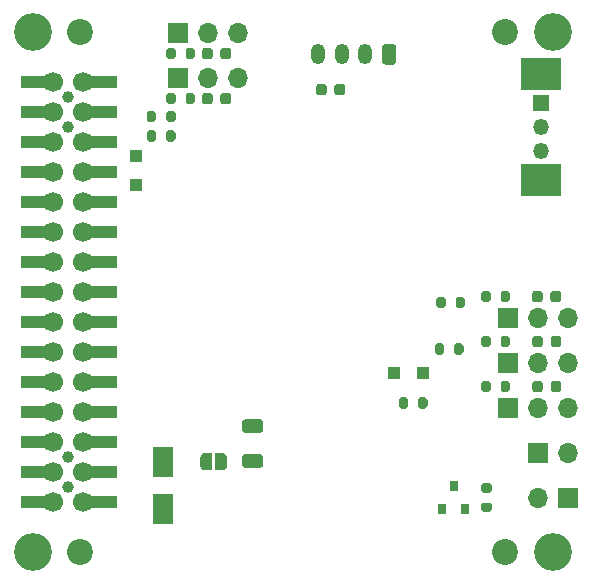
<source format=gbs>
G04 #@! TF.GenerationSoftware,KiCad,Pcbnew,(5.1.8-0-10_14)*
G04 #@! TF.CreationDate,2022-01-15T10:54:34+09:00*
G04 #@! TF.ProjectId,M5_DirectServo,4d355f44-6972-4656-9374-536572766f2e,v1.0*
G04 #@! TF.SameCoordinates,Original*
G04 #@! TF.FileFunction,Soldermask,Bot*
G04 #@! TF.FilePolarity,Negative*
%FSLAX46Y46*%
G04 Gerber Fmt 4.6, Leading zero omitted, Abs format (unit mm)*
G04 Created by KiCad (PCBNEW (5.1.8-0-10_14)) date 2022-01-15 10:54:34*
%MOMM*%
%LPD*%
G01*
G04 APERTURE LIST*
%ADD10O,1.200000X1.750000*%
%ADD11R,3.500000X2.800000*%
%ADD12R,1.350000X1.350000*%
%ADD13O,1.350000X1.350000*%
%ADD14R,1.800000X2.500000*%
%ADD15R,1.700000X1.700000*%
%ADD16O,1.700000X1.700000*%
%ADD17C,0.100000*%
%ADD18R,0.800000X0.900000*%
%ADD19C,1.700000*%
%ADD20C,1.000000*%
%ADD21C,0.800000*%
%ADD22R,3.150000X1.000000*%
%ADD23C,3.200000*%
%ADD24C,2.200000*%
%ADD25R,1.000000X1.000000*%
G04 APERTURE END LIST*
G36*
G01*
X137750000Y-87224999D02*
X137750000Y-88475001D01*
G75*
G02*
X137500001Y-88725000I-249999J0D01*
G01*
X136799999Y-88725000D01*
G75*
G02*
X136550000Y-88475001I0J249999D01*
G01*
X136550000Y-87224999D01*
G75*
G02*
X136799999Y-86975000I249999J0D01*
G01*
X137500001Y-86975000D01*
G75*
G02*
X137750000Y-87224999I0J-249999D01*
G01*
G37*
D10*
X135150000Y-87850000D03*
X133150000Y-87850000D03*
X131150000Y-87850000D03*
D11*
X150000000Y-98500000D03*
D12*
X150000000Y-92000000D03*
D13*
X150000000Y-94000000D03*
X150000000Y-96000000D03*
D11*
X150000000Y-89500000D03*
D14*
X117970000Y-122364000D03*
X117970000Y-126364000D03*
G36*
G01*
X126240001Y-122858000D02*
X124939999Y-122858000D01*
G75*
G02*
X124690000Y-122608001I0J249999D01*
G01*
X124690000Y-121957999D01*
G75*
G02*
X124939999Y-121708000I249999J0D01*
G01*
X126240001Y-121708000D01*
G75*
G02*
X126490000Y-121957999I0J-249999D01*
G01*
X126490000Y-122608001D01*
G75*
G02*
X126240001Y-122858000I-249999J0D01*
G01*
G37*
G36*
G01*
X126240001Y-119908000D02*
X124939999Y-119908000D01*
G75*
G02*
X124690000Y-119658001I0J249999D01*
G01*
X124690000Y-119007999D01*
G75*
G02*
X124939999Y-118758000I249999J0D01*
G01*
X126240001Y-118758000D01*
G75*
G02*
X126490000Y-119007999I0J-249999D01*
G01*
X126490000Y-119658001D01*
G75*
G02*
X126240001Y-119908000I-249999J0D01*
G01*
G37*
D15*
X152260000Y-125380000D03*
D16*
X149720000Y-125380000D03*
X152260000Y-121570000D03*
D15*
X149720000Y-121570000D03*
D16*
X124320000Y-86010000D03*
X121780000Y-86010000D03*
D15*
X119240000Y-86010000D03*
X119240000Y-89820000D03*
D16*
X121780000Y-89820000D03*
X124320000Y-89820000D03*
D15*
X147180000Y-110140000D03*
D16*
X149720000Y-110140000D03*
X152260000Y-110140000D03*
X152260000Y-113950000D03*
X149720000Y-113950000D03*
D15*
X147180000Y-113950000D03*
X147180000Y-117760000D03*
D16*
X149720000Y-117760000D03*
X152260000Y-117760000D03*
D17*
G36*
X122138000Y-123082000D02*
G01*
X121638000Y-123082000D01*
X121638000Y-123081398D01*
X121613466Y-123081398D01*
X121564635Y-123076588D01*
X121516510Y-123067016D01*
X121469555Y-123052772D01*
X121424222Y-123033995D01*
X121380949Y-123010864D01*
X121340150Y-122983604D01*
X121302221Y-122952476D01*
X121267524Y-122917779D01*
X121236396Y-122879850D01*
X121209136Y-122839051D01*
X121186005Y-122795778D01*
X121167228Y-122750445D01*
X121152984Y-122703490D01*
X121143412Y-122655365D01*
X121138602Y-122606534D01*
X121138602Y-122582000D01*
X121138000Y-122582000D01*
X121138000Y-122082000D01*
X121138602Y-122082000D01*
X121138602Y-122057466D01*
X121143412Y-122008635D01*
X121152984Y-121960510D01*
X121167228Y-121913555D01*
X121186005Y-121868222D01*
X121209136Y-121824949D01*
X121236396Y-121784150D01*
X121267524Y-121746221D01*
X121302221Y-121711524D01*
X121340150Y-121680396D01*
X121380949Y-121653136D01*
X121424222Y-121630005D01*
X121469555Y-121611228D01*
X121516510Y-121596984D01*
X121564635Y-121587412D01*
X121613466Y-121582602D01*
X121638000Y-121582602D01*
X121638000Y-121582000D01*
X122138000Y-121582000D01*
X122138000Y-123082000D01*
G37*
G36*
X122938000Y-121582602D02*
G01*
X122962534Y-121582602D01*
X123011365Y-121587412D01*
X123059490Y-121596984D01*
X123106445Y-121611228D01*
X123151778Y-121630005D01*
X123195051Y-121653136D01*
X123235850Y-121680396D01*
X123273779Y-121711524D01*
X123308476Y-121746221D01*
X123339604Y-121784150D01*
X123366864Y-121824949D01*
X123389995Y-121868222D01*
X123408772Y-121913555D01*
X123423016Y-121960510D01*
X123432588Y-122008635D01*
X123437398Y-122057466D01*
X123437398Y-122082000D01*
X123438000Y-122082000D01*
X123438000Y-122582000D01*
X123437398Y-122582000D01*
X123437398Y-122606534D01*
X123432588Y-122655365D01*
X123423016Y-122703490D01*
X123408772Y-122750445D01*
X123389995Y-122795778D01*
X123366864Y-122839051D01*
X123339604Y-122879850D01*
X123308476Y-122917779D01*
X123273779Y-122952476D01*
X123235850Y-122983604D01*
X123195051Y-123010864D01*
X123151778Y-123033995D01*
X123106445Y-123052772D01*
X123059490Y-123067016D01*
X123011365Y-123076588D01*
X122962534Y-123081398D01*
X122938000Y-123081398D01*
X122938000Y-123082000D01*
X122438000Y-123082000D01*
X122438000Y-121582000D01*
X122938000Y-121582000D01*
X122938000Y-121582602D01*
G37*
D18*
X143558000Y-126380000D03*
X141658000Y-126380000D03*
X142608000Y-124380000D03*
G36*
G01*
X119068000Y-92847000D02*
X119068000Y-93397000D01*
G75*
G02*
X118868000Y-93597000I-200000J0D01*
G01*
X118468000Y-93597000D01*
G75*
G02*
X118268000Y-93397000I0J200000D01*
G01*
X118268000Y-92847000D01*
G75*
G02*
X118468000Y-92647000I200000J0D01*
G01*
X118868000Y-92647000D01*
G75*
G02*
X119068000Y-92847000I0J-200000D01*
G01*
G37*
G36*
G01*
X117418000Y-92847000D02*
X117418000Y-93397000D01*
G75*
G02*
X117218000Y-93597000I-200000J0D01*
G01*
X116818000Y-93597000D01*
G75*
G02*
X116618000Y-93397000I0J200000D01*
G01*
X116618000Y-92847000D01*
G75*
G02*
X116818000Y-92647000I200000J0D01*
G01*
X117218000Y-92647000D01*
G75*
G02*
X117418000Y-92847000I0J-200000D01*
G01*
G37*
G36*
G01*
X118268000Y-95048000D02*
X118268000Y-94498000D01*
G75*
G02*
X118468000Y-94298000I200000J0D01*
G01*
X118868000Y-94298000D01*
G75*
G02*
X119068000Y-94498000I0J-200000D01*
G01*
X119068000Y-95048000D01*
G75*
G02*
X118868000Y-95248000I-200000J0D01*
G01*
X118468000Y-95248000D01*
G75*
G02*
X118268000Y-95048000I0J200000D01*
G01*
G37*
G36*
G01*
X116618000Y-95048000D02*
X116618000Y-94498000D01*
G75*
G02*
X116818000Y-94298000I200000J0D01*
G01*
X117218000Y-94298000D01*
G75*
G02*
X117418000Y-94498000I0J-200000D01*
G01*
X117418000Y-95048000D01*
G75*
G02*
X117218000Y-95248000I-200000J0D01*
G01*
X116818000Y-95248000D01*
G75*
G02*
X116618000Y-95048000I0J200000D01*
G01*
G37*
G36*
G01*
X141129000Y-109145000D02*
X141129000Y-108595000D01*
G75*
G02*
X141329000Y-108395000I200000J0D01*
G01*
X141729000Y-108395000D01*
G75*
G02*
X141929000Y-108595000I0J-200000D01*
G01*
X141929000Y-109145000D01*
G75*
G02*
X141729000Y-109345000I-200000J0D01*
G01*
X141329000Y-109345000D01*
G75*
G02*
X141129000Y-109145000I0J200000D01*
G01*
G37*
G36*
G01*
X142779000Y-109145000D02*
X142779000Y-108595000D01*
G75*
G02*
X142979000Y-108395000I200000J0D01*
G01*
X143379000Y-108395000D01*
G75*
G02*
X143579000Y-108595000I0J-200000D01*
G01*
X143579000Y-109145000D01*
G75*
G02*
X143379000Y-109345000I-200000J0D01*
G01*
X142979000Y-109345000D01*
G75*
G02*
X142779000Y-109145000I0J200000D01*
G01*
G37*
G36*
G01*
X141802000Y-112532000D02*
X141802000Y-113082000D01*
G75*
G02*
X141602000Y-113282000I-200000J0D01*
G01*
X141202000Y-113282000D01*
G75*
G02*
X141002000Y-113082000I0J200000D01*
G01*
X141002000Y-112532000D01*
G75*
G02*
X141202000Y-112332000I200000J0D01*
G01*
X141602000Y-112332000D01*
G75*
G02*
X141802000Y-112532000I0J-200000D01*
G01*
G37*
G36*
G01*
X143452000Y-112532000D02*
X143452000Y-113082000D01*
G75*
G02*
X143252000Y-113282000I-200000J0D01*
G01*
X142852000Y-113282000D01*
G75*
G02*
X142652000Y-113082000I0J200000D01*
G01*
X142652000Y-112532000D01*
G75*
G02*
X142852000Y-112332000I200000J0D01*
G01*
X143252000Y-112332000D01*
G75*
G02*
X143452000Y-112532000I0J-200000D01*
G01*
G37*
G36*
G01*
X147389000Y-115707000D02*
X147389000Y-116257000D01*
G75*
G02*
X147189000Y-116457000I-200000J0D01*
G01*
X146789000Y-116457000D01*
G75*
G02*
X146589000Y-116257000I0J200000D01*
G01*
X146589000Y-115707000D01*
G75*
G02*
X146789000Y-115507000I200000J0D01*
G01*
X147189000Y-115507000D01*
G75*
G02*
X147389000Y-115707000I0J-200000D01*
G01*
G37*
G36*
G01*
X145739000Y-115707000D02*
X145739000Y-116257000D01*
G75*
G02*
X145539000Y-116457000I-200000J0D01*
G01*
X145139000Y-116457000D01*
G75*
G02*
X144939000Y-116257000I0J200000D01*
G01*
X144939000Y-115707000D01*
G75*
G02*
X145139000Y-115507000I200000J0D01*
G01*
X145539000Y-115507000D01*
G75*
G02*
X145739000Y-115707000I0J-200000D01*
G01*
G37*
G36*
G01*
X145677000Y-124955000D02*
X145127000Y-124955000D01*
G75*
G02*
X144927000Y-124755000I0J200000D01*
G01*
X144927000Y-124355000D01*
G75*
G02*
X145127000Y-124155000I200000J0D01*
G01*
X145677000Y-124155000D01*
G75*
G02*
X145877000Y-124355000I0J-200000D01*
G01*
X145877000Y-124755000D01*
G75*
G02*
X145677000Y-124955000I-200000J0D01*
G01*
G37*
G36*
G01*
X145677000Y-126605000D02*
X145127000Y-126605000D01*
G75*
G02*
X144927000Y-126405000I0J200000D01*
G01*
X144927000Y-126005000D01*
G75*
G02*
X145127000Y-125805000I200000J0D01*
G01*
X145677000Y-125805000D01*
G75*
G02*
X145877000Y-126005000I0J-200000D01*
G01*
X145877000Y-126405000D01*
G75*
G02*
X145677000Y-126605000I-200000J0D01*
G01*
G37*
D19*
X111270000Y-125780000D03*
X108730000Y-125780000D03*
X111270000Y-123240000D03*
X108730000Y-123240000D03*
X111270000Y-120700000D03*
X108730000Y-120700000D03*
X111270000Y-118160000D03*
X108730000Y-118160000D03*
X111270000Y-115620000D03*
X108730000Y-115620000D03*
X111270000Y-113080000D03*
X108730000Y-113080000D03*
X111270000Y-110540000D03*
X108730000Y-110540000D03*
X111270000Y-108000000D03*
X108730000Y-108000000D03*
X111270000Y-105460000D03*
X108730000Y-105460000D03*
X111270000Y-102920000D03*
X108730000Y-102920000D03*
X111270000Y-100380000D03*
X108730000Y-100380000D03*
X111270000Y-97840000D03*
X108730000Y-97840000D03*
X111270000Y-95300000D03*
X108730000Y-95300000D03*
X111270000Y-92760000D03*
X108730000Y-92760000D03*
X111270000Y-90220000D03*
X108730000Y-90220000D03*
D20*
X110000000Y-91490000D03*
D21*
X113175000Y-125780000D03*
X113175000Y-123240000D03*
X113175000Y-120700000D03*
X113175000Y-118160000D03*
X113175000Y-115620000D03*
X113175000Y-113080000D03*
X113175000Y-110540000D03*
X113175000Y-108000000D03*
X113175000Y-105460000D03*
X113175000Y-102920000D03*
X113175000Y-100380000D03*
X113175000Y-97840000D03*
X113175000Y-95300000D03*
X113175000Y-92760000D03*
X113175000Y-90220000D03*
X106825000Y-125780000D03*
X106825000Y-123240000D03*
X106825000Y-120700000D03*
X106825000Y-118160000D03*
X106825000Y-115620000D03*
X106825000Y-113080000D03*
X106825000Y-110540000D03*
X106825000Y-108000000D03*
X106825000Y-105460000D03*
X106825000Y-102920000D03*
X106825000Y-100380000D03*
X106825000Y-97840000D03*
X106825000Y-95300000D03*
X106825000Y-92760000D03*
D22*
X112555000Y-125780000D03*
X107475000Y-125780000D03*
X112555000Y-123240000D03*
X107475000Y-123240000D03*
X112555000Y-120700000D03*
X107475000Y-120700000D03*
X112555000Y-118160000D03*
X107475000Y-118160000D03*
X112555000Y-115620000D03*
X107475000Y-115620000D03*
X112555000Y-113080000D03*
X107475000Y-113080000D03*
X112555000Y-110540000D03*
X107475000Y-110540000D03*
X112555000Y-108000000D03*
X107475000Y-108000000D03*
X112555000Y-105460000D03*
X107475000Y-105460000D03*
X112555000Y-102920000D03*
X107475000Y-102920000D03*
X112555000Y-100380000D03*
X107475000Y-100380000D03*
X112555000Y-97840000D03*
X107475000Y-97840000D03*
X112555000Y-95300000D03*
X107475000Y-95300000D03*
X112555000Y-92760000D03*
X107475000Y-92760000D03*
X112555000Y-90220000D03*
D21*
X106825000Y-90220000D03*
D22*
X107475000Y-90220000D03*
D20*
X110000000Y-94030000D03*
X110000000Y-124510000D03*
X110000000Y-121970000D03*
D23*
X107000000Y-130000000D03*
X107000000Y-86000000D03*
X151000000Y-86000000D03*
X151000000Y-130000000D03*
D24*
X111000000Y-130000000D03*
X111000000Y-86000000D03*
X147000000Y-86000000D03*
X147000000Y-130000000D03*
G36*
G01*
X133419000Y-90586000D02*
X133419000Y-91086000D01*
G75*
G02*
X133194000Y-91311000I-225000J0D01*
G01*
X132744000Y-91311000D01*
G75*
G02*
X132519000Y-91086000I0J225000D01*
G01*
X132519000Y-90586000D01*
G75*
G02*
X132744000Y-90361000I225000J0D01*
G01*
X133194000Y-90361000D01*
G75*
G02*
X133419000Y-90586000I0J-225000D01*
G01*
G37*
G36*
G01*
X131869000Y-90586000D02*
X131869000Y-91086000D01*
G75*
G02*
X131644000Y-91311000I-225000J0D01*
G01*
X131194000Y-91311000D01*
G75*
G02*
X130969000Y-91086000I0J225000D01*
G01*
X130969000Y-90586000D01*
G75*
G02*
X131194000Y-90361000I225000J0D01*
G01*
X131644000Y-90361000D01*
G75*
G02*
X131869000Y-90586000I0J-225000D01*
G01*
G37*
G36*
G01*
X121317000Y-88038000D02*
X121317000Y-87538000D01*
G75*
G02*
X121542000Y-87313000I225000J0D01*
G01*
X121992000Y-87313000D01*
G75*
G02*
X122217000Y-87538000I0J-225000D01*
G01*
X122217000Y-88038000D01*
G75*
G02*
X121992000Y-88263000I-225000J0D01*
G01*
X121542000Y-88263000D01*
G75*
G02*
X121317000Y-88038000I0J225000D01*
G01*
G37*
G36*
G01*
X122867000Y-88038000D02*
X122867000Y-87538000D01*
G75*
G02*
X123092000Y-87313000I225000J0D01*
G01*
X123542000Y-87313000D01*
G75*
G02*
X123767000Y-87538000I0J-225000D01*
G01*
X123767000Y-88038000D01*
G75*
G02*
X123542000Y-88263000I-225000J0D01*
G01*
X123092000Y-88263000D01*
G75*
G02*
X122867000Y-88038000I0J225000D01*
G01*
G37*
G36*
G01*
X122867000Y-91848000D02*
X122867000Y-91348000D01*
G75*
G02*
X123092000Y-91123000I225000J0D01*
G01*
X123542000Y-91123000D01*
G75*
G02*
X123767000Y-91348000I0J-225000D01*
G01*
X123767000Y-91848000D01*
G75*
G02*
X123542000Y-92073000I-225000J0D01*
G01*
X123092000Y-92073000D01*
G75*
G02*
X122867000Y-91848000I0J225000D01*
G01*
G37*
G36*
G01*
X121317000Y-91848000D02*
X121317000Y-91348000D01*
G75*
G02*
X121542000Y-91123000I225000J0D01*
G01*
X121992000Y-91123000D01*
G75*
G02*
X122217000Y-91348000I0J-225000D01*
G01*
X122217000Y-91848000D01*
G75*
G02*
X121992000Y-92073000I-225000J0D01*
G01*
X121542000Y-92073000D01*
G75*
G02*
X121317000Y-91848000I0J225000D01*
G01*
G37*
G36*
G01*
X149257000Y-108612000D02*
X149257000Y-108112000D01*
G75*
G02*
X149482000Y-107887000I225000J0D01*
G01*
X149932000Y-107887000D01*
G75*
G02*
X150157000Y-108112000I0J-225000D01*
G01*
X150157000Y-108612000D01*
G75*
G02*
X149932000Y-108837000I-225000J0D01*
G01*
X149482000Y-108837000D01*
G75*
G02*
X149257000Y-108612000I0J225000D01*
G01*
G37*
G36*
G01*
X150807000Y-108612000D02*
X150807000Y-108112000D01*
G75*
G02*
X151032000Y-107887000I225000J0D01*
G01*
X151482000Y-107887000D01*
G75*
G02*
X151707000Y-108112000I0J-225000D01*
G01*
X151707000Y-108612000D01*
G75*
G02*
X151482000Y-108837000I-225000J0D01*
G01*
X151032000Y-108837000D01*
G75*
G02*
X150807000Y-108612000I0J225000D01*
G01*
G37*
G36*
G01*
X150820000Y-112422000D02*
X150820000Y-111922000D01*
G75*
G02*
X151045000Y-111697000I225000J0D01*
G01*
X151495000Y-111697000D01*
G75*
G02*
X151720000Y-111922000I0J-225000D01*
G01*
X151720000Y-112422000D01*
G75*
G02*
X151495000Y-112647000I-225000J0D01*
G01*
X151045000Y-112647000D01*
G75*
G02*
X150820000Y-112422000I0J225000D01*
G01*
G37*
G36*
G01*
X149270000Y-112422000D02*
X149270000Y-111922000D01*
G75*
G02*
X149495000Y-111697000I225000J0D01*
G01*
X149945000Y-111697000D01*
G75*
G02*
X150170000Y-111922000I0J-225000D01*
G01*
X150170000Y-112422000D01*
G75*
G02*
X149945000Y-112647000I-225000J0D01*
G01*
X149495000Y-112647000D01*
G75*
G02*
X149270000Y-112422000I0J225000D01*
G01*
G37*
G36*
G01*
X149270000Y-116232000D02*
X149270000Y-115732000D01*
G75*
G02*
X149495000Y-115507000I225000J0D01*
G01*
X149945000Y-115507000D01*
G75*
G02*
X150170000Y-115732000I0J-225000D01*
G01*
X150170000Y-116232000D01*
G75*
G02*
X149945000Y-116457000I-225000J0D01*
G01*
X149495000Y-116457000D01*
G75*
G02*
X149270000Y-116232000I0J225000D01*
G01*
G37*
G36*
G01*
X150820000Y-116232000D02*
X150820000Y-115732000D01*
G75*
G02*
X151045000Y-115507000I225000J0D01*
G01*
X151495000Y-115507000D01*
G75*
G02*
X151720000Y-115732000I0J-225000D01*
G01*
X151720000Y-116232000D01*
G75*
G02*
X151495000Y-116457000I-225000J0D01*
G01*
X151045000Y-116457000D01*
G75*
G02*
X150820000Y-116232000I0J225000D01*
G01*
G37*
G36*
G01*
X137954000Y-117654000D02*
X137954000Y-117104000D01*
G75*
G02*
X138154000Y-116904000I200000J0D01*
G01*
X138554000Y-116904000D01*
G75*
G02*
X138754000Y-117104000I0J-200000D01*
G01*
X138754000Y-117654000D01*
G75*
G02*
X138554000Y-117854000I-200000J0D01*
G01*
X138154000Y-117854000D01*
G75*
G02*
X137954000Y-117654000I0J200000D01*
G01*
G37*
G36*
G01*
X139604000Y-117654000D02*
X139604000Y-117104000D01*
G75*
G02*
X139804000Y-116904000I200000J0D01*
G01*
X140204000Y-116904000D01*
G75*
G02*
X140404000Y-117104000I0J-200000D01*
G01*
X140404000Y-117654000D01*
G75*
G02*
X140204000Y-117854000I-200000J0D01*
G01*
X139804000Y-117854000D01*
G75*
G02*
X139604000Y-117654000I0J200000D01*
G01*
G37*
G36*
G01*
X120719000Y-87513000D02*
X120719000Y-88063000D01*
G75*
G02*
X120519000Y-88263000I-200000J0D01*
G01*
X120119000Y-88263000D01*
G75*
G02*
X119919000Y-88063000I0J200000D01*
G01*
X119919000Y-87513000D01*
G75*
G02*
X120119000Y-87313000I200000J0D01*
G01*
X120519000Y-87313000D01*
G75*
G02*
X120719000Y-87513000I0J-200000D01*
G01*
G37*
G36*
G01*
X119069000Y-87513000D02*
X119069000Y-88063000D01*
G75*
G02*
X118869000Y-88263000I-200000J0D01*
G01*
X118469000Y-88263000D01*
G75*
G02*
X118269000Y-88063000I0J200000D01*
G01*
X118269000Y-87513000D01*
G75*
G02*
X118469000Y-87313000I200000J0D01*
G01*
X118869000Y-87313000D01*
G75*
G02*
X119069000Y-87513000I0J-200000D01*
G01*
G37*
G36*
G01*
X119069000Y-91323000D02*
X119069000Y-91873000D01*
G75*
G02*
X118869000Y-92073000I-200000J0D01*
G01*
X118469000Y-92073000D01*
G75*
G02*
X118269000Y-91873000I0J200000D01*
G01*
X118269000Y-91323000D01*
G75*
G02*
X118469000Y-91123000I200000J0D01*
G01*
X118869000Y-91123000D01*
G75*
G02*
X119069000Y-91323000I0J-200000D01*
G01*
G37*
G36*
G01*
X120719000Y-91323000D02*
X120719000Y-91873000D01*
G75*
G02*
X120519000Y-92073000I-200000J0D01*
G01*
X120119000Y-92073000D01*
G75*
G02*
X119919000Y-91873000I0J200000D01*
G01*
X119919000Y-91323000D01*
G75*
G02*
X120119000Y-91123000I200000J0D01*
G01*
X120519000Y-91123000D01*
G75*
G02*
X120719000Y-91323000I0J-200000D01*
G01*
G37*
G36*
G01*
X147389000Y-108087000D02*
X147389000Y-108637000D01*
G75*
G02*
X147189000Y-108837000I-200000J0D01*
G01*
X146789000Y-108837000D01*
G75*
G02*
X146589000Y-108637000I0J200000D01*
G01*
X146589000Y-108087000D01*
G75*
G02*
X146789000Y-107887000I200000J0D01*
G01*
X147189000Y-107887000D01*
G75*
G02*
X147389000Y-108087000I0J-200000D01*
G01*
G37*
G36*
G01*
X145739000Y-108087000D02*
X145739000Y-108637000D01*
G75*
G02*
X145539000Y-108837000I-200000J0D01*
G01*
X145139000Y-108837000D01*
G75*
G02*
X144939000Y-108637000I0J200000D01*
G01*
X144939000Y-108087000D01*
G75*
G02*
X145139000Y-107887000I200000J0D01*
G01*
X145539000Y-107887000D01*
G75*
G02*
X145739000Y-108087000I0J-200000D01*
G01*
G37*
G36*
G01*
X145739000Y-111897000D02*
X145739000Y-112447000D01*
G75*
G02*
X145539000Y-112647000I-200000J0D01*
G01*
X145139000Y-112647000D01*
G75*
G02*
X144939000Y-112447000I0J200000D01*
G01*
X144939000Y-111897000D01*
G75*
G02*
X145139000Y-111697000I200000J0D01*
G01*
X145539000Y-111697000D01*
G75*
G02*
X145739000Y-111897000I0J-200000D01*
G01*
G37*
G36*
G01*
X147389000Y-111897000D02*
X147389000Y-112447000D01*
G75*
G02*
X147189000Y-112647000I-200000J0D01*
G01*
X146789000Y-112647000D01*
G75*
G02*
X146589000Y-112447000I0J200000D01*
G01*
X146589000Y-111897000D01*
G75*
G02*
X146789000Y-111697000I200000J0D01*
G01*
X147189000Y-111697000D01*
G75*
G02*
X147389000Y-111897000I0J-200000D01*
G01*
G37*
D25*
X115684000Y-96444000D03*
X115684000Y-98944000D03*
X137548000Y-114839000D03*
X140048000Y-114839000D03*
M02*

</source>
